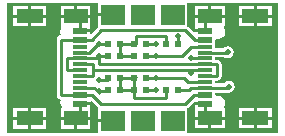
<source format=gtl>
G04*
G04 #@! TF.GenerationSoftware,Altium Limited,Altium Designer,18.1.7 (191)*
G04*
G04 Layer_Physical_Order=1*
G04 Layer_Color=255*
%FSLAX44Y44*%
%MOMM*%
G71*
G01*
G75*
%ADD11R,0.6000X0.6000*%
%ADD12R,1.1500X0.6000*%
%ADD13R,1.1500X0.3000*%
%ADD21C,0.2540*%
%ADD22R,2.0000X1.8000*%
%ADD23R,2.0000X1.2000*%
%ADD24R,2.3000X1.2000*%
%ADD25C,0.5080*%
G36*
X1202060Y476270D02*
X1214600D01*
Y473730D01*
X1202060D01*
Y464554D01*
X1196530Y459024D01*
X1195260Y459550D01*
Y460140D01*
X1186970D01*
Y462680D01*
X1195260D01*
Y465070D01*
X1195710D01*
Y472340D01*
X1170630D01*
Y465070D01*
X1170630D01*
X1171301Y463800D01*
X1170546Y462669D01*
X1170097Y460410D01*
X1170546Y458151D01*
X1169524Y457505D01*
X1169513Y457499D01*
X1169513Y457499D01*
X1168253Y456657D01*
X1167411Y455397D01*
X1167115Y453910D01*
Y406910D01*
X1167411Y405423D01*
X1168253Y404163D01*
X1169513Y403321D01*
X1169513Y403321D01*
X1169524Y403315D01*
X1170546Y402669D01*
X1170097Y400410D01*
X1170546Y398151D01*
X1171368Y396920D01*
X1170690Y395650D01*
X1170630D01*
Y388380D01*
X1195710D01*
Y395650D01*
X1195260D01*
Y398140D01*
X1186970D01*
Y400680D01*
X1195260D01*
Y401370D01*
X1195290D01*
Y401420D01*
X1196560Y401946D01*
X1202060Y396446D01*
Y386270D01*
X1214600D01*
Y383730D01*
X1202060D01*
Y375000D01*
X1125000D01*
Y485000D01*
X1202060D01*
Y476270D01*
D02*
G37*
G36*
X1355000Y375000D02*
X1277940D01*
Y395714D01*
X1278747Y396253D01*
X1283470Y400976D01*
X1284185Y400680D01*
X1293030D01*
Y398140D01*
X1284740D01*
Y395750D01*
X1284290D01*
Y388480D01*
X1296830D01*
X1309370D01*
Y395750D01*
X1309370D01*
X1308698Y397020D01*
X1309454Y398151D01*
X1309903Y400410D01*
X1309454Y402669D01*
X1308174Y404584D01*
X1306259Y405864D01*
X1304000Y406313D01*
X1302590Y406033D01*
X1301320Y406994D01*
Y409025D01*
X1311970D01*
X1313000Y408820D01*
X1314982Y409215D01*
X1316662Y410337D01*
X1317785Y412018D01*
X1318179Y414000D01*
X1317785Y415982D01*
X1316662Y417663D01*
X1314982Y418785D01*
X1313000Y419179D01*
X1311018Y418785D01*
X1309337Y417663D01*
X1308758Y416795D01*
X1301320D01*
Y419025D01*
X1303000D01*
X1304487Y419321D01*
X1305747Y420163D01*
X1306589Y421423D01*
X1306885Y422910D01*
Y432910D01*
X1306589Y434397D01*
X1305747Y435657D01*
X1304487Y436499D01*
X1303000Y436795D01*
X1301320D01*
Y439025D01*
X1308939D01*
X1310018Y438305D01*
X1312000Y437910D01*
X1313982Y438305D01*
X1315662Y439427D01*
X1316785Y441108D01*
X1317180Y443090D01*
X1316785Y445072D01*
X1315662Y446752D01*
X1313982Y447875D01*
X1312000Y448270D01*
X1310018Y447875D01*
X1308401Y446795D01*
X1301320D01*
Y451950D01*
X1301290D01*
Y453846D01*
X1302560Y454793D01*
X1304000Y454506D01*
X1306259Y454956D01*
X1308174Y456236D01*
X1309454Y458151D01*
X1309903Y460410D01*
X1309454Y462669D01*
X1308632Y463900D01*
X1309310Y465170D01*
X1309370D01*
Y472440D01*
X1296830D01*
X1284290D01*
Y465170D01*
X1284740D01*
Y462680D01*
X1293030D01*
Y460140D01*
X1283750D01*
X1283470Y460024D01*
X1278747Y464747D01*
X1277940Y465286D01*
Y485000D01*
X1355000D01*
Y375000D01*
D02*
G37*
%LPC*%
G36*
X1195710Y482150D02*
X1184440D01*
Y474880D01*
X1195710D01*
Y482150D01*
D02*
G37*
G36*
X1181900D02*
X1170630D01*
Y474880D01*
X1181900D01*
Y482150D01*
D02*
G37*
G36*
X1158610D02*
X1145840D01*
Y474880D01*
X1158610D01*
Y482150D01*
D02*
G37*
G36*
X1143300D02*
X1130530D01*
Y474880D01*
X1143300D01*
Y482150D01*
D02*
G37*
G36*
X1158610Y472340D02*
X1145840D01*
Y465070D01*
X1158610D01*
Y472340D01*
D02*
G37*
G36*
X1143300D02*
X1130530D01*
Y465070D01*
X1143300D01*
Y472340D01*
D02*
G37*
G36*
X1158610Y395650D02*
X1145840D01*
Y388380D01*
X1158610D01*
Y395650D01*
D02*
G37*
G36*
X1143300D02*
X1130530D01*
Y388380D01*
X1143300D01*
Y395650D01*
D02*
G37*
G36*
X1195710Y385840D02*
X1184440D01*
Y378570D01*
X1195710D01*
Y385840D01*
D02*
G37*
G36*
X1181900D02*
X1170630D01*
Y378570D01*
X1181900D01*
Y385840D01*
D02*
G37*
G36*
X1158610D02*
X1145840D01*
Y378570D01*
X1158610D01*
Y385840D01*
D02*
G37*
G36*
X1143300D02*
X1130530D01*
Y378570D01*
X1143300D01*
Y385840D01*
D02*
G37*
G36*
X1349470Y482250D02*
X1336700D01*
Y474980D01*
X1349470D01*
Y482250D01*
D02*
G37*
G36*
X1309370D02*
X1298100D01*
Y474980D01*
X1309370D01*
Y482250D01*
D02*
G37*
G36*
X1295560D02*
X1284290D01*
Y474980D01*
X1295560D01*
Y482250D01*
D02*
G37*
G36*
X1334160D02*
X1321390D01*
Y474980D01*
X1334160D01*
Y482250D01*
D02*
G37*
G36*
X1349470Y472440D02*
X1336700D01*
Y465170D01*
X1349470D01*
Y472440D01*
D02*
G37*
G36*
X1334160D02*
X1321390D01*
Y465170D01*
X1334160D01*
Y472440D01*
D02*
G37*
G36*
X1349470Y395750D02*
X1336700D01*
Y388480D01*
X1349470D01*
Y395750D01*
D02*
G37*
G36*
X1334160D02*
X1321390D01*
Y388480D01*
X1334160D01*
Y395750D01*
D02*
G37*
G36*
X1349470Y385940D02*
X1336700D01*
Y378670D01*
X1349470D01*
Y385940D01*
D02*
G37*
G36*
X1334160D02*
X1321390D01*
Y378670D01*
X1334160D01*
Y385940D01*
D02*
G37*
G36*
X1309370D02*
X1298100D01*
Y378670D01*
X1309370D01*
Y385940D01*
D02*
G37*
G36*
X1295560D02*
X1284290D01*
Y378670D01*
X1295560D01*
Y385940D01*
D02*
G37*
%LPD*%
D11*
X1270080Y411000D02*
D03*
X1259920D02*
D03*
X1270080Y450000D02*
D03*
X1259920D02*
D03*
X1243080Y411000D02*
D03*
X1232920D02*
D03*
X1243080Y421000D02*
D03*
X1232920D02*
D03*
X1243080Y450000D02*
D03*
X1232920D02*
D03*
X1243080Y440000D02*
D03*
X1232920D02*
D03*
X1221080Y411000D02*
D03*
X1210920D02*
D03*
X1221080Y440000D02*
D03*
X1210920D02*
D03*
X1221080Y450000D02*
D03*
X1210920D02*
D03*
X1221080Y421000D02*
D03*
X1210920D02*
D03*
D12*
X1293030Y461410D02*
D03*
X1293000Y453910D02*
D03*
X1293030Y406910D02*
D03*
Y399410D02*
D03*
X1186970Y399410D02*
D03*
X1187000Y406910D02*
D03*
X1186970Y453910D02*
D03*
Y461410D02*
D03*
D13*
X1293030Y447910D02*
D03*
Y442910D02*
D03*
Y437910D02*
D03*
X1293000Y432910D02*
D03*
X1293030Y427910D02*
D03*
Y422910D02*
D03*
Y417910D02*
D03*
Y412910D02*
D03*
X1186970D02*
D03*
Y417910D02*
D03*
Y422910D02*
D03*
X1187000Y427910D02*
D03*
X1186970Y432910D02*
D03*
Y437910D02*
D03*
Y442910D02*
D03*
Y447910D02*
D03*
D21*
X1271080Y410000D02*
X1272080Y411000D01*
X1279000D02*
X1280910Y412910D01*
X1272080Y411000D02*
X1279000D01*
X1232920Y420920D02*
X1233000Y421000D01*
X1260000Y404000D02*
Y409000D01*
X1232920Y404000D02*
X1260000D01*
X1251000Y421000D02*
X1275000D01*
X1243080D02*
X1251000D01*
Y440000D02*
X1273000D01*
X1243080D02*
X1251000D01*
Y411000D02*
X1252000D01*
X1243080D02*
X1251000D01*
X1270080Y450000D02*
Y456000D01*
X1276000Y462000D02*
X1284090Y453910D01*
X1205000Y462000D02*
X1276000D01*
X1196910Y453910D02*
X1205000Y462000D01*
X1260000Y450920D02*
X1260920Y450000D01*
X1234000D02*
Y457000D01*
X1221000Y451000D02*
X1222000Y450000D01*
X1221000Y439000D02*
X1222000Y440000D01*
X1260000Y450920D02*
Y457000D01*
X1234000D02*
X1260000D01*
X1273000Y440000D02*
X1280910Y447910D01*
X1293030D01*
X1222000Y450000D02*
X1232920D01*
X1244000D02*
X1251000D01*
X1210000Y450000D02*
X1211000Y449000D01*
X1202000Y450000D02*
X1210920D01*
X1194910Y442910D02*
X1202000Y450000D01*
X1203000Y420000D02*
X1210920D01*
X1203000Y450000D02*
X1210000D01*
X1222000Y440000D02*
X1232920D01*
X1221080D02*
Y450000D01*
X1203000Y440000D02*
X1210920D01*
X1202000Y410000D02*
X1203000Y409000D01*
X1284090Y453910D02*
X1293000D01*
X1275000Y421000D02*
X1278090Y417910D01*
X1232920Y404000D02*
Y410000D01*
X1205000Y399000D02*
X1276000D01*
X1197090Y406910D02*
X1205000Y399000D01*
X1276000D02*
X1283910Y406910D01*
X1271000Y411000D02*
X1271080D01*
X1280910Y412910D02*
X1293030D01*
X1283910Y406910D02*
X1287030D01*
X1313000Y413000D02*
Y414000D01*
X1310910Y442910D02*
X1311000Y443000D01*
X1293030Y442910D02*
X1310910D01*
X1312910Y412910D02*
X1313000Y413000D01*
X1293030Y412910D02*
X1312910D01*
X1233000Y421000D02*
X1234000Y422000D01*
X1232920Y421000D02*
X1233000D01*
X1232920Y411000D02*
Y420920D01*
X1222000Y411000D02*
X1232920D01*
X1221080Y421000D02*
X1232920D01*
X1198000Y427910D02*
X1293030D01*
X1281000Y438000D02*
X1292940D01*
X1293030Y437910D01*
Y427910D02*
X1293090D01*
X1292910Y432910D02*
X1293000Y433000D01*
X1203000Y432910D02*
X1292910D01*
X1293030Y391010D02*
X1296830Y387210D01*
X1293030Y391010D02*
Y399410D01*
Y469910D02*
X1296830Y473710D01*
X1293030Y461410D02*
Y469910D01*
X1183170Y473610D02*
X1186970Y469810D01*
Y461410D02*
Y469810D01*
X1183170Y387110D02*
X1186970Y390910D01*
Y399410D01*
X1171000Y453910D02*
X1186970D01*
X1171000Y406910D02*
Y453910D01*
Y406910D02*
X1187000D01*
X1203000Y410000D02*
X1210920D01*
X1199090Y412910D02*
X1202000Y410000D01*
X1186970Y412910D02*
X1199090D01*
X1190000Y406910D02*
X1197090D01*
X1186970Y442910D02*
X1194910D01*
X1186970Y453910D02*
X1196910D01*
X1189970Y437910D02*
X1203000D01*
Y432910D02*
Y437910D01*
X1198000Y422910D02*
Y427910D01*
Y432910D01*
X1221080Y411000D02*
Y421000D01*
X1278090Y417910D02*
X1293030D01*
X1186970Y432910D02*
X1198000D01*
X1293000D02*
X1303000D01*
Y422910D02*
Y432910D01*
X1293030Y422910D02*
X1303000D01*
X1186970D02*
X1198000D01*
X1176000Y427910D02*
X1187000D01*
X1176000D02*
Y437910D01*
X1186970D01*
Y399410D02*
Y399410D01*
X1293030Y461410D02*
Y461410D01*
D22*
X1265400Y385000D02*
D03*
X1240000D02*
D03*
X1214600D02*
D03*
Y475000D02*
D03*
X1240000D02*
D03*
X1265400D02*
D03*
D23*
X1296830Y473710D02*
D03*
Y387210D02*
D03*
X1183170Y387110D02*
D03*
Y473610D02*
D03*
D24*
X1335430Y473710D02*
D03*
Y387210D02*
D03*
X1144570Y387110D02*
D03*
Y473610D02*
D03*
D25*
X1251000Y421000D02*
D03*
Y440000D02*
D03*
X1270000Y457000D02*
D03*
X1251000Y450000D02*
D03*
Y411000D02*
D03*
X1313000Y414000D02*
D03*
X1281000Y438000D02*
D03*
X1203000Y450000D02*
D03*
Y410000D02*
D03*
Y440000D02*
D03*
Y420000D02*
D03*
X1312000Y443090D02*
D03*
X1281000Y426000D02*
D03*
M02*

</source>
